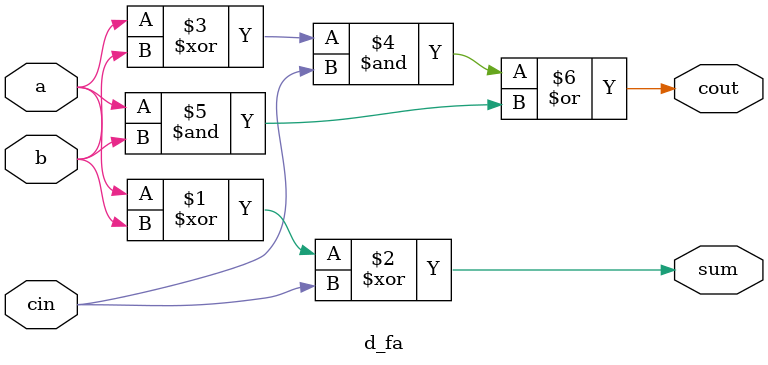
<source format=v>
module d_fa(sum,cout,a,b,cin);
output sum,cout;
input  a,b,cin;

assign sum=a^b^cin;
assign cout=((a^b)&cin)|(a&b);

endmodule


</source>
